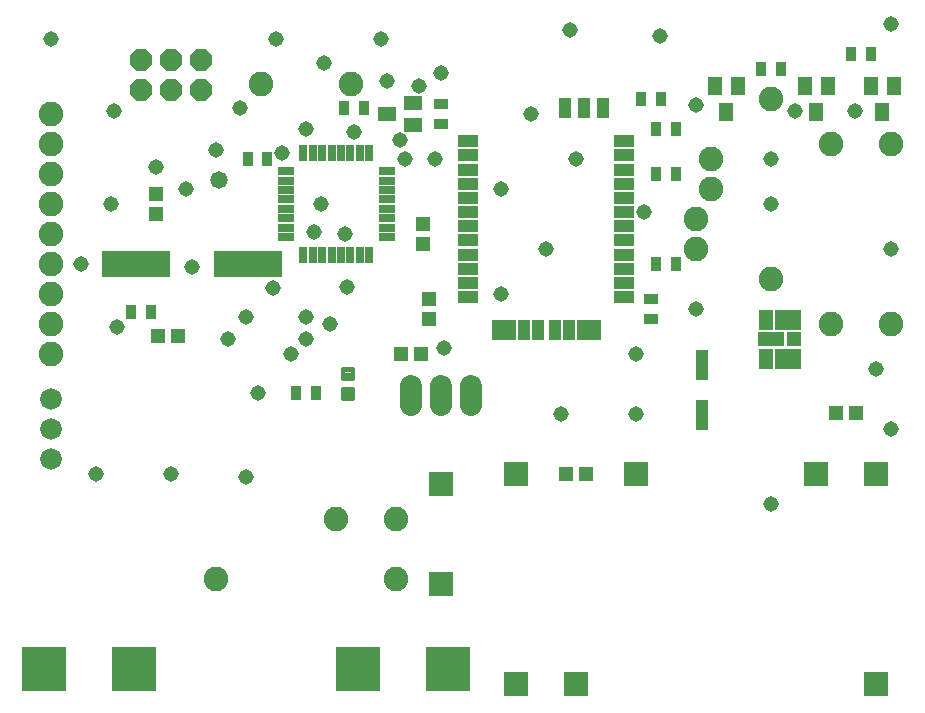
<source format=gts>
G75*
%MOIN*%
%OFA0B0*%
%FSLAX24Y24*%
%IPPOS*%
%LPD*%
%AMOC8*
5,1,8,0,0,1.08239X$1,22.5*
%
%ADD10C,0.0580*%
%ADD11R,0.0513X0.0474*%
%ADD12R,0.0474X0.0513*%
%ADD13C,0.0820*%
%ADD14C,0.0142*%
%ADD15R,0.0631X0.0474*%
%ADD16R,0.0474X0.0631*%
%ADD17R,0.0450X0.0380*%
%ADD18R,0.0380X0.0450*%
%ADD19C,0.0720*%
%ADD20R,0.0792X0.0792*%
%ADD21OC8,0.0740*%
%ADD22R,0.1480X0.1480*%
%ADD23R,0.2280X0.0910*%
%ADD24R,0.0510X0.0670*%
%ADD25R,0.0870X0.0510*%
%ADD26R,0.0870X0.0670*%
%ADD27R,0.0510X0.0510*%
%ADD28C,0.0720*%
%ADD29R,0.0710X0.0395*%
%ADD30R,0.0395X0.0710*%
%ADD31R,0.0572X0.0277*%
%ADD32R,0.0277X0.0572*%
%ADD33R,0.0395X0.1025*%
%ADD34C,0.0516*%
D10*
X007760Y017950D03*
D11*
X006395Y012750D03*
X005725Y012750D03*
X013825Y012150D03*
X014495Y012150D03*
X019325Y008150D03*
X019995Y008150D03*
X028325Y010200D03*
X028995Y010200D03*
D12*
X014760Y013315D03*
X014760Y013985D03*
X014535Y015815D03*
X014535Y016485D03*
X005660Y016815D03*
X005660Y017485D03*
D13*
X002160Y017150D03*
X002160Y016150D03*
X002160Y015150D03*
X002160Y014150D03*
X002160Y013150D03*
X002160Y012150D03*
X002160Y018150D03*
X002160Y019150D03*
X002160Y020150D03*
X009160Y021150D03*
X012160Y021150D03*
X023660Y016650D03*
X023660Y015650D03*
X026160Y014650D03*
X028160Y013150D03*
X030160Y013150D03*
X024160Y017650D03*
X024160Y018650D03*
X026160Y020650D03*
X028160Y019150D03*
X030160Y019150D03*
X013660Y006650D03*
X011660Y006650D03*
X013660Y004650D03*
X007660Y004650D03*
D14*
X011869Y010971D02*
X012201Y010971D01*
X012201Y010639D01*
X011869Y010639D01*
X011869Y010971D01*
X011869Y010780D02*
X012201Y010780D01*
X012201Y010921D02*
X011869Y010921D01*
X011869Y011661D02*
X012201Y011661D01*
X012201Y011329D01*
X011869Y011329D01*
X011869Y011661D01*
X011869Y011470D02*
X012201Y011470D01*
X012201Y011611D02*
X011869Y011611D01*
D15*
X014218Y019776D03*
X013352Y020150D03*
X014218Y020524D03*
D16*
X024286Y021083D03*
X025034Y021083D03*
X024660Y020217D03*
X027286Y021083D03*
X028034Y021083D03*
X027660Y020217D03*
X029486Y021083D03*
X030234Y021083D03*
X029860Y020217D03*
D17*
X022160Y013980D03*
X022160Y013320D03*
X015160Y019820D03*
X015160Y020480D03*
D18*
X012590Y020350D03*
X011930Y020350D03*
X009365Y018650D03*
X008705Y018650D03*
X005490Y013550D03*
X004830Y013550D03*
X010330Y010850D03*
X010990Y010850D03*
X022330Y015150D03*
X022990Y015150D03*
X022990Y018150D03*
X022330Y018150D03*
X022330Y019650D03*
X022990Y019650D03*
X022490Y020650D03*
X021830Y020650D03*
X025830Y021650D03*
X026490Y021650D03*
X028830Y022150D03*
X029490Y022150D03*
D19*
X002160Y010650D03*
X002160Y009650D03*
X002160Y008650D03*
D20*
X015160Y007825D03*
X017660Y008150D03*
X021660Y008150D03*
X027660Y008150D03*
X029660Y008150D03*
X029660Y001150D03*
X019660Y001150D03*
X017660Y001150D03*
X015160Y004475D03*
D21*
X007160Y020950D03*
X006160Y020950D03*
X006160Y021950D03*
X007160Y021950D03*
X005160Y021950D03*
X005160Y020950D03*
D22*
X001925Y001650D03*
X004925Y001650D03*
X012390Y001650D03*
X015395Y001650D03*
D23*
X008730Y015150D03*
X004990Y015150D03*
D24*
X025980Y013300D03*
X025980Y012000D03*
D25*
X026160Y012650D03*
D26*
X026720Y013300D03*
X026720Y012000D03*
D27*
X026910Y012650D03*
D28*
X016160Y011095D02*
X016160Y010455D01*
X015160Y010455D02*
X015160Y011095D01*
X014160Y011095D02*
X014160Y010455D01*
D29*
X016062Y014052D03*
X016062Y014524D03*
X016062Y014996D03*
X016062Y015469D03*
X016062Y015941D03*
X016062Y016414D03*
X016062Y016886D03*
X016062Y017359D03*
X016062Y017831D03*
X016062Y018304D03*
X016062Y018776D03*
X016062Y019248D03*
X021258Y019248D03*
X021258Y018776D03*
X021258Y018304D03*
X021258Y017831D03*
X021258Y017359D03*
X021258Y016886D03*
X021258Y016414D03*
X021258Y015941D03*
X021258Y015469D03*
X021258Y014996D03*
X021258Y014524D03*
X021258Y014052D03*
D30*
X020283Y012949D03*
X019880Y012949D03*
X019408Y012949D03*
X018936Y012949D03*
X018384Y012949D03*
X017912Y012949D03*
X017440Y012949D03*
X017037Y012949D03*
X019290Y020351D03*
X019920Y020351D03*
X020550Y020351D03*
D31*
X013350Y018252D03*
X013350Y017937D03*
X013350Y017622D03*
X013350Y017307D03*
X013350Y016993D03*
X013350Y016678D03*
X013350Y016363D03*
X013350Y016048D03*
X009970Y016048D03*
X009970Y016363D03*
X009970Y016678D03*
X009970Y016993D03*
X009970Y017307D03*
X009970Y017622D03*
X009970Y017937D03*
X009970Y018252D03*
D32*
X010558Y018840D03*
X010873Y018840D03*
X011188Y018840D03*
X011503Y018840D03*
X011817Y018840D03*
X012132Y018840D03*
X012447Y018840D03*
X012762Y018840D03*
X012762Y015460D03*
X012447Y015460D03*
X012132Y015460D03*
X011817Y015460D03*
X011503Y015460D03*
X011188Y015460D03*
X010873Y015460D03*
X010558Y015460D03*
D33*
X023860Y011777D03*
X023860Y010123D03*
D34*
X021660Y010150D03*
X021660Y012150D03*
X023660Y013650D03*
X021910Y016900D03*
X019660Y018650D03*
X018160Y020150D03*
X017160Y017650D03*
X014960Y018650D03*
X013960Y018650D03*
X013785Y019275D03*
X012260Y019550D03*
X010660Y019650D03*
X009860Y018850D03*
X008460Y020350D03*
X007660Y018950D03*
X006660Y017650D03*
X005660Y018400D03*
X004160Y017150D03*
X003160Y015150D03*
X004360Y013050D03*
X006860Y015050D03*
X008660Y013400D03*
X008060Y012650D03*
X009560Y014350D03*
X010660Y013400D03*
X010660Y012650D03*
X010160Y012150D03*
X011460Y013150D03*
X012010Y014400D03*
X011960Y016150D03*
X010910Y016213D03*
X011160Y017150D03*
X014410Y021088D03*
X015160Y021525D03*
X013360Y021250D03*
X013160Y022650D03*
X011260Y021850D03*
X009660Y022650D03*
X004260Y020250D03*
X002160Y022650D03*
X015260Y012350D03*
X017160Y014150D03*
X018660Y015650D03*
X023660Y020450D03*
X026160Y018650D03*
X026160Y017150D03*
X026960Y020250D03*
X028960Y020250D03*
X030160Y023150D03*
X022460Y022750D03*
X019460Y022950D03*
X030160Y015650D03*
X029660Y011650D03*
X030160Y009650D03*
X026160Y007150D03*
X019160Y010150D03*
X009060Y010850D03*
X008660Y008050D03*
X006160Y008150D03*
X003660Y008150D03*
M02*

</source>
